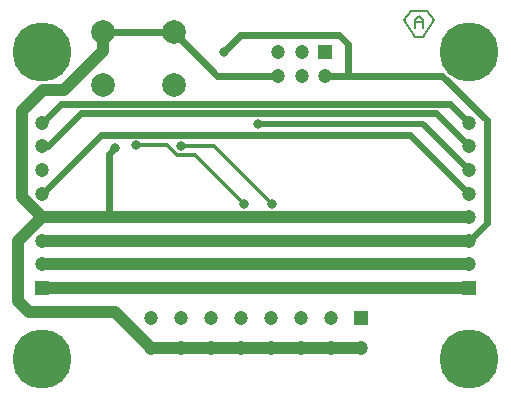
<source format=gbl>
%FSAX43Y43*%
%MOMM*%
G71*
G01*
G75*
G04 Layer_Physical_Order=2*
G04 Layer_Color=16711680*
%ADD10R,0.550X1.750*%
%ADD11R,1.750X0.550*%
%ADD12R,0.900X0.950*%
%ADD13R,1.000X0.950*%
%ADD14R,1.700X0.350*%
%ADD15R,0.950X0.900*%
%ADD16C,0.600*%
%ADD17C,0.300*%
%ADD18C,0.400*%
%ADD19C,0.200*%
%ADD20C,5.000*%
%ADD21C,2.000*%
%ADD22C,1.200*%
%ADD23R,1.200X1.200*%
%ADD24R,1.200X1.200*%
%ADD25C,1.200*%
%ADD26R,1.200X1.200*%
%ADD27C,0.800*%
%ADD28C,1.000*%
%ADD29C,0.500*%
D16*
X0037900Y0028000D02*
X0041700Y0024200D01*
X0041700Y0015500D02*
X0041700Y0024200D01*
X0040200Y0014000D02*
X0041700Y0015500D01*
X0029900Y0028000D02*
X0037900Y0028000D01*
X0028000Y0028000D02*
X0029900Y0028000D01*
X0029900Y0030700D01*
X0038600Y0025600D02*
X0040200Y0024000D01*
X0005600Y0025600D02*
X0038600Y0025600D01*
X0029200Y0031400D02*
X0029900Y0030700D01*
X0020800Y0031400D02*
X0029200Y0031400D01*
X0019400Y0030000D02*
X0020800Y0031400D01*
X0018878Y0028000D02*
X0024000Y0028000D01*
X0015164Y0031715D02*
X0018878Y0028000D01*
X0009675Y0016025D02*
X0009675Y0021375D01*
X0009675Y0016000D02*
X0009675Y0016025D01*
X0009675Y0021375D02*
X0010200Y0021900D01*
X0009000Y0023000D02*
X0035200Y0023000D01*
X0004000Y0018000D02*
X0009000Y0023000D01*
X0010240Y0031715D02*
X0015164Y0031715D01*
X0004500Y0022000D02*
X0007300Y0024800D01*
X0004000Y0022000D02*
X0004500Y0022000D01*
X0007300Y0024800D02*
X0037400Y0024800D01*
X0035200Y0023000D02*
X0040200Y0018000D01*
X0037400Y0024800D02*
X0040200Y0022000D01*
X0004000Y0024000D02*
X0005600Y0025600D01*
D17*
X0016950Y0021250D02*
X0021100Y0017100D01*
X0014639Y0022100D02*
X0015489Y0021250D01*
X0012000Y0022100D02*
X0014639Y0022100D01*
X0015489Y0021250D02*
X0016950Y0021250D01*
X0018600Y0022000D02*
X0023500Y0017100D01*
X0015800Y0022000D02*
X0018600Y0022000D01*
D19*
X0035600Y0031300D02*
X0036300Y0031300D01*
X0037200Y0032700D01*
X0036600Y0033500D02*
X0037200Y0032700D01*
X0035300Y0033500D02*
X0036600Y0033500D01*
X0034700Y0032700D02*
X0035300Y0033500D01*
X0034700Y0032700D02*
X0035600Y0031300D01*
X0035600Y0032000D02*
X0035600Y0032666D01*
X0035933Y0033000D01*
X0036266Y0032666D01*
X0036266Y0032000D01*
X0036266Y0032500D01*
X0035600Y0032500D01*
D20*
X0040200Y0004000D02*
D03*
X0004000Y0004000D02*
D03*
X0040200Y0030000D02*
D03*
X0004000Y0030000D02*
D03*
D21*
X0009164Y0027215D02*
D03*
X0009164Y0031715D02*
D03*
X0015164Y0027215D02*
D03*
X0015164Y0031715D02*
D03*
D22*
X0004000Y0024000D02*
D03*
X0004000Y0022000D02*
D03*
X0004000Y0020000D02*
D03*
X0004000Y0018000D02*
D03*
X0004000Y0016000D02*
D03*
X0004000Y0014000D02*
D03*
X0004000Y0012000D02*
D03*
X0028000Y0028000D02*
D03*
X0026000Y0030000D02*
D03*
X0026000Y0028000D02*
D03*
X0024000Y0030000D02*
D03*
X0024000Y0028000D02*
D03*
X0040200Y0024000D02*
D03*
X0040200Y0022000D02*
D03*
X0040200Y0020000D02*
D03*
X0040200Y0018000D02*
D03*
X0040200Y0016000D02*
D03*
X0040200Y0014000D02*
D03*
X0040200Y0012000D02*
D03*
D23*
X0004000Y0010000D02*
D03*
X0040200Y0010000D02*
D03*
D24*
X0028000Y0030000D02*
D03*
D25*
X0013220Y0004960D02*
D03*
X0015760Y0004960D02*
D03*
X0018300Y0004960D02*
D03*
X0013220Y0007500D02*
D03*
X0015760Y0007500D02*
D03*
X0018300Y0007500D02*
D03*
X0028460Y0007500D02*
D03*
X0025920Y0007500D02*
D03*
X0023380Y0007500D02*
D03*
X0020840Y0007500D02*
D03*
X0031000Y0004960D02*
D03*
X0028460Y0004960D02*
D03*
X0025920Y0004960D02*
D03*
X0023380Y0004960D02*
D03*
X0020840Y0004960D02*
D03*
D26*
X0031000Y0007500D02*
D03*
D27*
X0019400Y0030000D02*
D03*
X0009675Y0016025D02*
D03*
X0015800Y0022000D02*
D03*
X0012000Y0022100D02*
D03*
X0023500Y0017100D02*
D03*
X0021100Y0017100D02*
D03*
X0010200Y0021900D02*
D03*
X0022300Y0023900D02*
D03*
X0024300Y0014000D02*
D03*
X0022700Y0016000D02*
D03*
X0021900Y0014000D02*
D03*
D28*
X0024300Y0014000D02*
X0040200Y0014000D01*
X0021900Y0014000D02*
X0024300Y0014000D01*
X0004000Y0014000D02*
X0021900Y0014000D01*
X0022700Y0016000D02*
X0040200Y0016000D01*
X0009675Y0016000D02*
X0022700Y0016000D01*
X0004000Y0016000D02*
X0009675Y0016000D01*
X0009164Y0030064D02*
X0009164Y0031715D01*
X0005900Y0026800D02*
X0009164Y0030064D01*
X0004100Y0026800D02*
X0005900Y0026800D01*
X0002300Y0025000D02*
X0004100Y0026800D01*
X0002300Y0017700D02*
X0002300Y0025000D01*
X0002300Y0017700D02*
X0004000Y0016000D01*
X0010180Y0008000D02*
X0013220Y0004960D01*
X0002900Y0008000D02*
X0010180Y0008000D01*
X0002000Y0008900D02*
X0002900Y0008000D01*
X0002000Y0008900D02*
X0002000Y0014000D01*
X0004000Y0016000D01*
X0028460Y0004960D02*
X0031000Y0004960D01*
X0025920Y0004960D02*
X0028460Y0004960D01*
X0023380Y0004960D02*
X0025920Y0004960D01*
X0020840Y0004960D02*
X0023380Y0004960D01*
X0018300Y0004960D02*
X0020840Y0004960D01*
X0015760Y0004960D02*
X0018300Y0004960D01*
X0013220Y0004960D02*
X0015760Y0004960D01*
X0004000Y0012000D02*
X0040200Y0012000D01*
X0004000Y0010000D02*
X0040200Y0010000D01*
D29*
X0036300Y0023900D02*
X0040200Y0020000D01*
X0022300Y0023900D02*
X0036300Y0023900D01*
M02*

</source>
